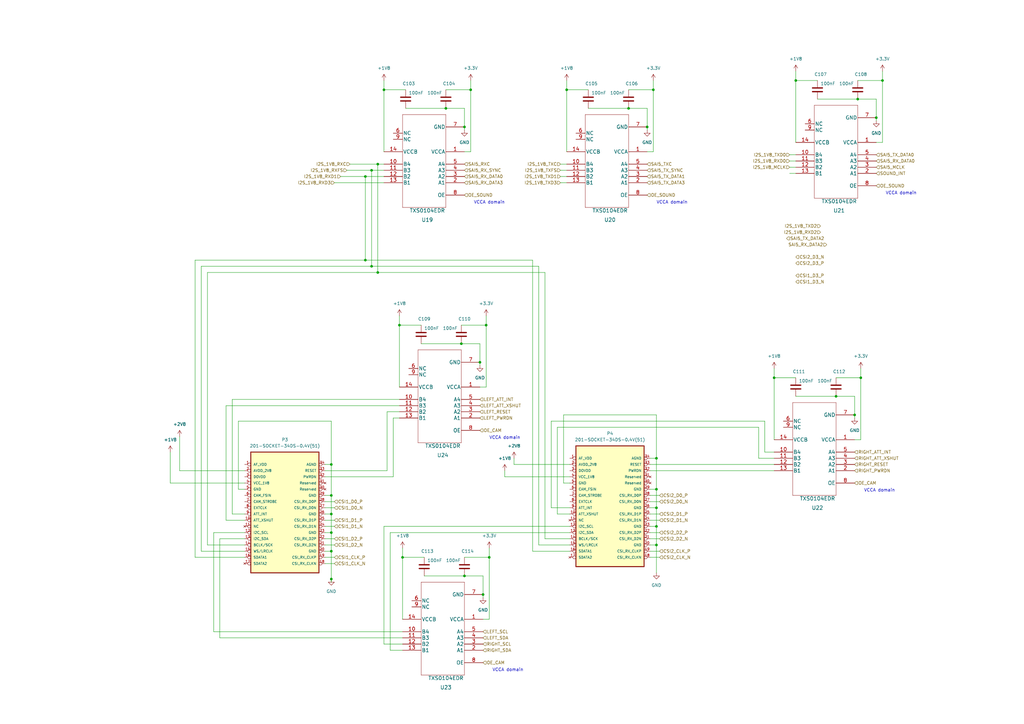
<source format=kicad_sch>
(kicad_sch (version 20211123) (generator eeschema)
  (paper "A3")
  (title_block (title "Media Domain") (comment 1 "Translation to 1V8") (comment 2 "Camera Connectors") (comment 3 "Sound Connectors"))
  (lib_symbols
    (symbol "Device:C" (pin_numbers hide) (pin_names (offset 0.254))
      (property "Reference" "C" (at 0.635 2.54 0))
      (property "Value" "C" (at 0.635 -2.54 0))
      (symbol "C_0_1"
        (polyline (pts (xy -2.032 -0.762) (xy 2.032 -0.762)) (stroke (width 0.508)))
        (polyline (pts (xy -2.032 0.762) (xy 2.032 0.762)) (stroke (width 0.508)))
      )
      (symbol "C_1_1"
        (pin passive line (at 0 3.81 270) (length 2.794) (name "~") (number "1"))
        (pin passive line (at 0 -3.81 90) (length 2.794) (name "~") (number "2"))
      )
    )
    (symbol "Ziloo:201-SOCKET-34DS-0.4V(51)" (pin_names (offset 1.016))
      (property "Reference" "P" (at -11.43 27.94 0))
      (property "Value" "201-SOCKET-34DS-0.4V(51)" (at -11.43 -26.67 0))
      (symbol "201-SOCKET-34DS-0.4V(51)_0_0"
        (rectangle (start -13.97 26.67) (end 13.97 -22.86) (stroke (width 0.4064)) (fill (type background)))
        (pin power_in inverted (at -16.51 21.59 0) (length 2.54) (name "AF_VDD") (number "1"))
        (pin input inverted (at -16.51 -1.27 0) (length 2.54) (name "ATT_XSHUT") (number "10"))
        (pin no_connect inverted (at -16.51 -3.81 0) (length 2.54) (name "NC") (number "11"))
        (pin passive inverted (at -16.51 -6.35 0) (length 2.54) (name "I2C_SCL") (number "12"))
        (pin passive inverted (at -16.51 -8.89 0) (length 2.54) (name "I2C_SDA") (number "13"))
        (pin input inverted (at -16.51 -11.43 0) (length 2.54) (name "BCLK/SCK") (number "14"))
        (pin input inverted (at -16.51 -13.97 0) (length 2.54) (name "WS/LRCLK") (number "15"))
        (pin input inverted (at -16.51 -16.51 0) (length 2.54) (name "SDATA1") (number "16"))
        (pin no_connect inverted (at -16.51 -19.05 0) (length 2.54) (name "SDATA2") (number "17"))
        (pin input inverted (at 16.51 -19.05 180) (length 2.54) (name "CSI_RX_CLKN") (number "18"))
        (pin input inverted (at 16.51 -16.51 180) (length 2.54) (name "CSI_RX_CLKP") (number "19"))
        (pin power_in inverted (at -16.51 19.05 0) (length 2.54) (name "AVDD_2V8") (number "2"))
        (pin passive inverted (at 16.51 -13.97 180) (length 2.54) (name "GND") (number "20"))
        (pin input inverted (at 16.51 -11.43 180) (length 2.54) (name "CSI_RX_D2N") (number "21"))
        (pin input inverted (at 16.51 -8.89 180) (length 2.54) (name "CSI_RX_D2P") (number "22"))
        (pin passive inverted (at 16.51 -6.35 180) (length 2.54) (name "GND") (number "23"))
        (pin input inverted (at 16.51 -3.81 180) (length 2.54) (name "CSI_RX_D1N") (number "24"))
        (pin input inverted (at 16.51 -1.27 180) (length 2.54) (name "CSI_RX_D1P") (number "25"))
        (pin passive inverted (at 16.51 1.27 180) (length 2.54) (name "GND") (number "26"))
        (pin input inverted (at 16.51 3.81 180) (length 2.54) (name "CSI_RX_D0N") (number "27"))
        (pin input inverted (at 16.51 6.35 180) (length 2.54) (name "CSI_RX_D0P") (number "28"))
        (pin passive inverted (at 16.51 8.89 180) (length 2.54) (name "GND") (number "29"))
        (pin power_in inverted (at -16.51 16.51 0) (length 2.54) (name "DOVDD") (number "3"))
        (pin no_connect inverted (at 16.51 11.43 180) (length 2.54) (name "Reserved") (number "30"))
        (pin no_connect inverted (at 16.51 13.97 180) (length 2.54) (name "Reserved") (number "31"))
        (pin input inverted (at 16.51 16.51 180) (length 2.54) (name "PWRDN") (number "32"))
        (pin input inverted (at 16.51 19.05 180) (length 2.54) (name "RESET") (number "33"))
        (pin passive inverted (at 16.51 21.59 180) (length 2.54) (name "AGND") (number "34"))
        (pin power_in inverted (at -16.51 13.97 0) (length 2.54) (name "VCC_1V8") (number "4"))
        (pin passive inverted (at -16.51 11.43 0) (length 2.54) (name "GND") (number "5"))
        (pin passive inverted (at -16.51 8.89 0) (length 2.54) (name "CAM_FSIN") (number "6"))
        (pin passive inverted (at -16.51 6.35 0) (length 2.54) (name "CAM_STROBE") (number "7"))
        (pin input inverted (at -16.51 3.81 0) (length 2.54) (name "EXTCLK") (number "8"))
        (pin input inverted (at -16.51 1.27 0) (length 2.54) (name "ATT_INT") (number "9"))
      )
    )
    (symbol "Ziloo:TXS0104EDR" (pin_names (offset 0.254))
      (property "Reference" "U" (at 0 24.13 0))
      (property "Value" "TXS0104EDR" (at 0 21.59 0))
      (symbol "TXS0104EDR_1_1"
        (polyline (pts (xy -8.89 -19.05) (xy 8.89 -19.05)) (stroke (width 0.127)))
        (polyline (pts (xy -8.89 19.05) (xy -8.89 -19.05)) (stroke (width 0.127)))
        (polyline (pts (xy 8.89 -19.05) (xy 8.89 19.05)) (stroke (width 0.127)))
        (polyline (pts (xy 8.89 19.05) (xy -8.89 19.05)) (stroke (width 0.127)))
        (pin power_in line (at -16.51 -3.81 0) (length 7.62) (name "VCCA") (number "1"))
        (pin bidirectional line (at 16.51 1.27 180) (length 7.62) (name "B4") (number "10"))
        (pin bidirectional line (at 16.51 3.81 180) (length 7.62) (name "B3") (number "11"))
        (pin bidirectional line (at 16.51 6.35 180) (length 7.62) (name "B2") (number "12"))
        (pin bidirectional line (at 16.51 8.89 180) (length 7.62) (name "B1") (number "13"))
        (pin power_in line (at 16.51 -3.81 180) (length 7.62) (name "VCCB") (number "14"))
        (pin bidirectional line (at -16.51 8.89 0) (length 7.62) (name "A1") (number "2"))
        (pin bidirectional line (at -16.51 6.35 0) (length 7.62) (name "A2") (number "3"))
        (pin bidirectional line (at -16.51 3.81 0) (length 7.62) (name "A3") (number "4"))
        (pin bidirectional line (at -16.51 1.27 0) (length 7.62) (name "A4") (number "5"))
        (pin unspecified line (at 12.7 -11.43 180) (length 3.81) (name "NC") (number "6"))
        (pin power_in line (at -16.51 -13.97 0) (length 7.62) (name "GND") (number "7"))
        (pin output line (at -16.51 13.97 0) (length 7.62) (name "OE") (number "8"))
        (pin unspecified line (at 12.7 -8.89 180) (length 3.81) (name "NC") (number "9"))
      )
    )
    (symbol "power:+1V8" (power) (pin_names (offset 0))
      (property "Value" "+1V8" (at 0 3.556 0))
      (symbol "+1V8_0_1"
        (polyline (pts (xy -0.762 1.27) (xy 0 2.54)))
        (polyline (pts (xy 0 0) (xy 0 2.54)))
        (polyline (pts (xy 0 2.54) (xy 0.762 1.27)))
      )
      (symbol "+1V8_1_1"
        (pin power_in line (at 0 0 90) (length 0) hide (name "+1V8") (number "1"))
      )
    )
    (symbol "power:+2V8" (power) (pin_names (offset 0))
      (property "Value" "+2V8" (at 0 3.556 0))
      (symbol "+2V8_0_1"
        (polyline (pts (xy -0.762 1.27) (xy 0 2.54)))
        (polyline (pts (xy 0 0) (xy 0 2.54)))
        (polyline (pts (xy 0 2.54) (xy 0.762 1.27)))
      )
      (symbol "+2V8_1_1"
        (pin power_in line (at 0 0 90) (length 0) hide (name "+2V8") (number "1"))
      )
    )
    (symbol "power:+3.3V" (power) (pin_names (offset 0))
      (property "Value" "+3.3V" (at 0 3.556 0))
      (symbol "+3.3V_0_1"
        (polyline (pts (xy -0.762 1.27) (xy 0 2.54)))
        (polyline (pts (xy 0 0) (xy 0 2.54)))
        (polyline (pts (xy 0 2.54) (xy 0.762 1.27)))
      )
      (symbol "+3.3V_1_1"
        (pin power_in line (at 0 0 90) (length 0) hide (name "+3.3V") (number "1"))
      )
    )
    (symbol "power:GND" (power) (pin_names (offset 0))
      (property "Value" "GND" (at 0 -3.81 0))
      (symbol "GND_0_1"
        (polyline (pts (xy 0 0) (xy 0 -1.27) (xy 1.27 -1.27) (xy 0 -2.54) (xy -1.27 -1.27) (xy 0 -1.27)))
      )
      (symbol "GND_1_1"
        (pin power_in line (at 0 0 270) (length 0) hide (name "GND") (number "1"))
      )
    )
  )
  (junction (at 163.83 133.35))
  (junction (at 196.85 148.59))
  (junction (at 199.39 133.35))
  (junction (at 193.04 36.83))
  (junction (at 165.1 228.6))
  (junction (at 157.48 36.83))
  (junction (at 135.89 190.5))
  (junction (at 326.39 33.02))
  (junction (at 257.81 44.45))
  (junction (at 265.43 52.07))
  (junction (at 182.88 44.45))
  (junction (at 342.9 162.56))
  (junction (at 269.24 223.52))
  (junction (at 135.89 237.49))
  (junction (at 351.79 40.64))
  (junction (at 269.24 187.96))
  (junction (at 149.86 106.68))
  (junction (at 359.41 48.26))
  (junction (at 361.95 33.02))
  (junction (at 154.94 67.31))
  (junction (at 353.06 154.94))
  (junction (at 190.5 236.22))
  (junction (at 149.86 72.39))
  (junction (at 152.4 109.22))
  (junction (at 190.5 52.07))
  (junction (at 135.89 218.44))
  (junction (at 269.24 215.9))
  (junction (at 135.89 203.2))
  (junction (at 198.12 243.84))
  (junction (at 267.97 36.83))
  (junction (at 152.4 69.85))
  (junction (at 200.66 228.6))
  (junction (at 232.41 36.83))
  (junction (at 269.24 200.66))
  (junction (at 317.5 154.94))
  (junction (at 189.23 140.97))
  (junction (at 154.94 111.76))
  (junction (at 269.24 208.28))
  (junction (at 135.89 210.82))
  (junction (at 350.52 170.18))
  (junction (at 135.89 226.06))
  (wire (pts (xy 233.68 198.12) (xy 231.14 198.12)))
  (wire (pts (xy 228.6 210.82) (xy 233.68 210.82)))
  (wire (pts (xy 82.55 109.22) (xy 152.4 109.22)))
  (wire (pts (xy 326.39 29.21) (xy 326.39 33.02)))
  (wire (pts (xy 269.24 208.28) (xy 269.24 215.9)))
  (wire (pts (xy 269.24 223.52) (xy 269.24 234.95)))
  (wire (pts (xy 90.17 261.62) (xy 90.17 220.98)))
  (wire (pts (xy 233.68 226.06) (xy 218.44 226.06)))
  (wire (pts (xy 92.71 166.37) (xy 163.83 166.37)))
  (wire (pts (xy 157.48 215.9) (xy 233.68 215.9)))
  (wire (pts (xy 266.7 228.6) (xy 270.51 228.6)))
  (wire (pts (xy 190.5 44.45) (xy 190.5 52.07)))
  (wire (pts (xy 133.35 205.74) (xy 137.16 205.74)))
  (wire (pts (xy 265.43 62.23) (xy 267.97 62.23)))
  (wire (pts (xy 133.35 220.98) (xy 137.16 220.98)))
  (wire (pts (xy 241.3 44.45) (xy 257.81 44.45)))
  (wire (pts (xy 161.29 171.45) (xy 161.29 195.58)))
  (wire (pts (xy 160.02 266.7) (xy 165.1 266.7)))
  (wire (pts (xy 196.85 158.75) (xy 199.39 158.75)))
  (wire (pts (xy 323.85 66.04) (xy 326.39 66.04)))
  (wire (pts (xy 232.41 62.23) (xy 232.41 36.83)))
  (wire (pts (xy 266.7 226.06) (xy 270.51 226.06)))
  (wire (pts (xy 158.75 193.04) (xy 158.75 168.91)))
  (wire (pts (xy 133.35 210.82) (xy 135.89 210.82)))
  (wire (pts (xy 135.89 226.06) (xy 135.89 237.49)))
  (wire (pts (xy 198.12 243.84) (xy 198.12 245.11)))
  (wire (pts (xy 100.33 228.6) (xy 80.01 228.6)))
  (wire (pts (xy 359.41 48.26) (xy 359.41 49.53)))
  (wire (pts (xy 311.15 175.26) (xy 228.6 175.26)))
  (wire (pts (xy 135.89 203.2) (xy 135.89 210.82)))
  (wire (pts (xy 266.7 190.5) (xy 317.5 190.5)))
  (wire (pts (xy 223.52 111.76) (xy 154.94 111.76)))
  (wire (pts (xy 229.87 67.31) (xy 232.41 67.31)))
  (wire (pts (xy 80.01 228.6) (xy 80.01 106.68)))
  (wire (pts (xy 265.43 52.07) (xy 265.43 53.34)))
  (wire (pts (xy 223.52 220.98) (xy 223.52 111.76)))
  (wire (pts (xy 335.28 40.64) (xy 351.79 40.64)))
  (wire (pts (xy 232.41 36.83) (xy 241.3 36.83)))
  (wire (pts (xy 82.55 226.06) (xy 82.55 109.22)))
  (wire (pts (xy 199.39 133.35) (xy 189.23 133.35)))
  (wire (pts (xy 265.43 44.45) (xy 265.43 52.07)))
  (wire (pts (xy 165.1 254) (xy 165.1 228.6)))
  (wire (pts (xy 326.39 58.42) (xy 326.39 33.02)))
  (wire (pts (xy 193.04 62.23) (xy 193.04 36.83)))
  (wire (pts (xy 361.95 33.02) (xy 351.79 33.02)))
  (wire (pts (xy 266.7 205.74) (xy 270.51 205.74)))
  (wire (pts (xy 172.72 140.97) (xy 189.23 140.97)))
  (wire (pts (xy 200.66 254) (xy 200.66 228.6)))
  (wire (pts (xy 228.6 175.26) (xy 228.6 210.82)))
  (wire (pts (xy 173.99 236.22) (xy 190.5 236.22)))
  (wire (pts (xy 189.23 140.97) (xy 196.85 140.97)))
  (wire (pts (xy 133.35 223.52) (xy 137.16 223.52)))
  (wire (pts (xy 323.85 68.58) (xy 326.39 68.58)))
  (wire (pts (xy 100.33 193.04) (xy 73.66 193.04)))
  (wire (pts (xy 166.37 44.45) (xy 182.88 44.45)))
  (wire (pts (xy 157.48 62.23) (xy 157.48 36.83)))
  (wire (pts (xy 317.5 154.94) (xy 326.39 154.94)))
  (wire (pts (xy 198.12 236.22) (xy 198.12 243.84)))
  (wire (pts (xy 353.06 154.94) (xy 342.9 154.94)))
  (wire (pts (xy 133.35 208.28) (xy 137.16 208.28)))
  (wire (pts (xy 133.35 228.6) (xy 137.16 228.6)))
  (wire (pts (xy 269.24 200.66) (xy 269.24 208.28)))
  (wire (pts (xy 269.24 170.18) (xy 269.24 187.96)))
  (wire (pts (xy 220.98 109.22) (xy 152.4 109.22)))
  (wire (pts (xy 152.4 109.22) (xy 152.4 69.85)))
  (wire (pts (xy 190.5 236.22) (xy 198.12 236.22)))
  (wire (pts (xy 190.5 52.07) (xy 190.5 53.34)))
  (wire (pts (xy 207.01 195.58) (xy 207.01 193.04)))
  (wire (pts (xy 361.95 58.42) (xy 361.95 33.02)))
  (wire (pts (xy 165.1 228.6) (xy 173.99 228.6)))
  (wire (pts (xy 266.7 193.04) (xy 317.5 193.04)))
  (wire (pts (xy 135.89 218.44) (xy 135.89 226.06)))
  (wire (pts (xy 326.39 33.02) (xy 335.28 33.02)))
  (wire (pts (xy 85.09 223.52) (xy 85.09 111.76)))
  (wire (pts (xy 161.29 195.58) (xy 133.35 195.58)))
  (wire (pts (xy 142.24 69.85) (xy 152.4 69.85)))
  (wire (pts (xy 231.14 170.18) (xy 269.24 170.18)))
  (wire (pts (xy 266.7 210.82) (xy 270.51 210.82)))
  (wire (pts (xy 350.52 180.34) (xy 353.06 180.34)))
  (wire (pts (xy 163.83 171.45) (xy 161.29 171.45)))
  (wire (pts (xy 266.7 218.44) (xy 270.51 218.44)))
  (wire (pts (xy 267.97 33.02) (xy 267.97 36.83)))
  (wire (pts (xy 266.7 213.36) (xy 270.51 213.36)))
  (wire (pts (xy 257.81 44.45) (xy 265.43 44.45)))
  (wire (pts (xy 266.7 200.66) (xy 269.24 200.66)))
  (wire (pts (xy 133.35 231.14) (xy 137.16 231.14)))
  (wire (pts (xy 220.98 223.52) (xy 220.98 109.22)))
  (wire (pts (xy 182.88 44.45) (xy 190.5 44.45)))
  (wire (pts (xy 100.33 226.06) (xy 82.55 226.06)))
  (wire (pts (xy 233.68 223.52) (xy 220.98 223.52)))
  (wire (pts (xy 133.35 215.9) (xy 137.16 215.9)))
  (wire (pts (xy 160.02 218.44) (xy 233.68 218.44)))
  (wire (pts (xy 163.83 158.75) (xy 163.83 133.35)))
  (wire (pts (xy 350.52 162.56) (xy 350.52 170.18)))
  (wire (pts (xy 97.79 172.72) (xy 135.89 172.72)))
  (wire (pts (xy 233.68 190.5) (xy 210.82 190.5)))
  (wire (pts (xy 199.39 129.54) (xy 199.39 133.35)))
  (wire (pts (xy 80.01 106.68) (xy 149.86 106.68)))
  (wire (pts (xy 313.69 172.72) (xy 226.06 172.72)))
  (wire (pts (xy 199.39 158.75) (xy 199.39 133.35)))
  (wire (pts (xy 200.66 224.79) (xy 200.66 228.6)))
  (wire (pts (xy 317.5 151.13) (xy 317.5 154.94)))
  (wire (pts (xy 350.52 170.18) (xy 350.52 171.45)))
  (wire (pts (xy 95.25 210.82) (xy 100.33 210.82)))
  (wire (pts (xy 165.1 224.79) (xy 165.1 228.6)))
  (wire (pts (xy 87.63 259.08) (xy 87.63 218.44)))
  (wire (pts (xy 231.14 198.12) (xy 231.14 170.18)))
  (wire (pts (xy 100.33 198.12) (xy 69.85 198.12)))
  (wire (pts (xy 190.5 62.23) (xy 193.04 62.23)))
  (wire (pts (xy 267.97 62.23) (xy 267.97 36.83)))
  (wire (pts (xy 267.97 36.83) (xy 257.81 36.83)))
  (wire (pts (xy 135.89 172.72) (xy 135.89 190.5)))
  (wire (pts (xy 157.48 215.9) (xy 157.48 264.16)))
  (wire (pts (xy 135.89 237.49) (xy 135.89 238.76)))
  (wire (pts (xy 226.06 208.28) (xy 233.68 208.28)))
  (wire (pts (xy 359.41 40.64) (xy 359.41 48.26)))
  (wire (pts (xy 95.25 163.83) (xy 163.83 163.83)))
  (wire (pts (xy 313.69 185.42) (xy 313.69 172.72)))
  (wire (pts (xy 149.86 106.68) (xy 149.86 72.39)))
  (wire (pts (xy 266.7 223.52) (xy 269.24 223.52)))
  (wire (pts (xy 313.69 185.42) (xy 317.5 185.42)))
  (wire (pts (xy 157.48 264.16) (xy 165.1 264.16)))
  (wire (pts (xy 196.85 148.59) (xy 196.85 149.86)))
  (wire (pts (xy 311.15 187.96) (xy 311.15 175.26)))
  (wire (pts (xy 266.7 187.96) (xy 269.24 187.96)))
  (wire (pts (xy 157.48 33.02) (xy 157.48 36.83)))
  (wire (pts (xy 342.9 162.56) (xy 350.52 162.56)))
  (wire (pts (xy 232.41 33.02) (xy 232.41 36.83)))
  (wire (pts (xy 100.33 223.52) (xy 85.09 223.52)))
  (wire (pts (xy 133.35 213.36) (xy 137.16 213.36)))
  (wire (pts (xy 218.44 226.06) (xy 218.44 106.68)))
  (wire (pts (xy 95.25 163.83) (xy 95.25 210.82)))
  (wire (pts (xy 69.85 198.12) (xy 69.85 185.42)))
  (wire (pts (xy 154.94 67.31) (xy 157.48 67.31)))
  (wire (pts (xy 353.06 151.13) (xy 353.06 154.94)))
  (wire (pts (xy 87.63 259.08) (xy 165.1 259.08)))
  (wire (pts (xy 85.09 111.76) (xy 154.94 111.76)))
  (wire (pts (xy 229.87 72.39) (xy 232.41 72.39)))
  (wire (pts (xy 193.04 33.02) (xy 193.04 36.83)))
  (wire (pts (xy 311.15 187.96) (xy 317.5 187.96)))
  (wire (pts (xy 326.39 71.12) (xy 323.85 71.12)))
  (wire (pts (xy 266.7 220.98) (xy 270.51 220.98)))
  (wire (pts (xy 196.85 140.97) (xy 196.85 148.59)))
  (wire (pts (xy 100.33 200.66) (xy 97.79 200.66)))
  (wire (pts (xy 133.35 203.2) (xy 135.89 203.2)))
  (wire (pts (xy 92.71 213.36) (xy 100.33 213.36)))
  (wire (pts (xy 323.85 63.5) (xy 326.39 63.5)))
  (wire (pts (xy 269.24 215.9) (xy 269.24 223.52)))
  (wire (pts (xy 326.39 162.56) (xy 342.9 162.56)))
  (wire (pts (xy 163.83 133.35) (xy 172.72 133.35)))
  (wire (pts (xy 193.04 36.83) (xy 182.88 36.83)))
  (wire (pts (xy 133.35 218.44) (xy 135.89 218.44)))
  (wire (pts (xy 361.95 29.21) (xy 361.95 33.02)))
  (wire (pts (xy 210.82 190.5) (xy 210.82 187.96)))
  (wire (pts (xy 233.68 220.98) (xy 223.52 220.98)))
  (wire (pts (xy 135.89 210.82) (xy 135.89 218.44)))
  (wire (pts (xy 143.51 67.31) (xy 154.94 67.31)))
  (wire (pts (xy 200.66 228.6) (xy 190.5 228.6)))
  (wire (pts (xy 317.5 180.34) (xy 317.5 154.94)))
  (wire (pts (xy 232.41 74.93) (xy 229.87 74.93)))
  (wire (pts (xy 160.02 266.7) (xy 160.02 218.44)))
  (wire (pts (xy 133.35 226.06) (xy 135.89 226.06)))
  (wire (pts (xy 135.89 190.5) (xy 135.89 203.2)))
  (wire (pts (xy 154.94 111.76) (xy 154.94 67.31)))
  (wire (pts (xy 266.7 215.9) (xy 269.24 215.9)))
  (wire (pts (xy 157.48 36.83) (xy 166.37 36.83)))
  (wire (pts (xy 133.35 193.04) (xy 158.75 193.04)))
  (wire (pts (xy 266.7 203.2) (xy 270.51 203.2)))
  (wire (pts (xy 353.06 180.34) (xy 353.06 154.94)))
  (wire (pts (xy 226.06 172.72) (xy 226.06 208.28)))
  (wire (pts (xy 233.68 195.58) (xy 207.01 195.58)))
  (wire (pts (xy 139.7 72.39) (xy 149.86 72.39)))
  (wire (pts (xy 90.17 261.62) (xy 165.1 261.62)))
  (wire (pts (xy 149.86 72.39) (xy 157.48 72.39)))
  (wire (pts (xy 157.48 74.93) (xy 137.16 74.93)))
  (wire (pts (xy 218.44 106.68) (xy 149.86 106.68)))
  (wire (pts (xy 90.17 220.98) (xy 100.33 220.98)))
  (wire (pts (xy 269.24 187.96) (xy 269.24 200.66)))
  (wire (pts (xy 158.75 168.91) (xy 163.83 168.91)))
  (wire (pts (xy 229.87 69.85) (xy 232.41 69.85)))
  (wire (pts (xy 266.7 208.28) (xy 269.24 208.28)))
  (wire (pts (xy 351.79 40.64) (xy 359.41 40.64)))
  (wire (pts (xy 163.83 129.54) (xy 163.83 133.35)))
  (wire (pts (xy 87.63 218.44) (xy 100.33 218.44)))
  (wire (pts (xy 198.12 254) (xy 200.66 254)))
  (wire (pts (xy 133.35 190.5) (xy 135.89 190.5)))
  (wire (pts (xy 359.41 58.42) (xy 361.95 58.42)))
  (wire (pts (xy 152.4 69.85) (xy 157.48 69.85)))
  (wire (pts (xy 97.79 200.66) (xy 97.79 172.72)))
  (wire (pts (xy 73.66 193.04) (xy 73.66 179.07)))
  (wire (pts (xy 92.71 166.37) (xy 92.71 213.36)))
  (text "VCCA domain\n" (at 354.33 201.93 0) (effects (font (size 1.27 1.27)) (justify left bottom)))
  (text "VCCA domain\n" (at 363.22 80.01 0) (effects (font (size 1.27 1.27)) (justify left bottom)))
  (text "VCCA domain\n" (at 201.93 275.59 0) (effects (font (size 1.27 1.27)) (justify left bottom)))
  (text "VCCA domain\n" (at 269.24 83.82 0) (effects (font (size 1.27 1.27)) (justify left bottom)))
  (text "VCCA domain\n" (at 194.31 83.82 0) (effects (font (size 1.27 1.27)) (justify left bottom)))
  (text "VCCA domain\n" (at 200.66 180.34 0) (effects (font (size 1.27 1.27)) (justify left bottom)))
  (hierarchical_label "SAI5_TXC" (shape input) (at 265.43 67.31 0))
  (hierarchical_label "SAI5_RX_SYNC" (shape input) (at 190.5 69.85 0))
  (hierarchical_label "RIGHT_ATT_INT" (shape input) (at 350.52 185.42 0))
  (hierarchical_label "I2S_1V8_RXD0" (shape input) (at 323.85 66.04 180))
  (hierarchical_label "SAI5_RX_DATA2" (shape input) (at 339.09 100.33 180))
  (hierarchical_label "SAI5_RX_DATA0" (shape input) (at 190.5 72.39 0))
  (hierarchical_label "OE_CAM" (shape input) (at 350.52 198.12 0))
  (hierarchical_label "OE_SOUND" (shape input) (at 190.5 80.01 0))
  (hierarchical_label "LEFT_RESET" (shape input) (at 196.85 168.91 0))
  (hierarchical_label "CSI1_D2_P" (shape input) (at 137.16 220.98 0))
  (hierarchical_label "OE_SOUND" (shape input) (at 265.43 80.01 0))
  (hierarchical_label "SAI5_RX_DATA0" (shape input) (at 359.41 66.04 0))
  (hierarchical_label "CSI2_CLK_P" (shape input) (at 270.51 226.06 0))
  (hierarchical_label "CSI2_D2_P" (shape input) (at 270.51 218.44 0))
  (hierarchical_label "SAI5_RXC" (shape input) (at 190.5 67.31 0))
  (hierarchical_label "CSI2_D0_N" (shape input) (at 270.51 205.74 0))
  (hierarchical_label "I2S_1V8_RXC" (shape input) (at 143.51 67.31 180))
  (hierarchical_label "CSI1_D0_N" (shape input) (at 137.16 208.28 0))
  (hierarchical_label "SAI5_TX_DATA1" (shape input) (at 265.43 72.39 0))
  (hierarchical_label "CSI1_D0_P" (shape input) (at 137.16 205.74 0))
  (hierarchical_label "CSI1_D1_P" (shape input) (at 137.16 213.36 0))
  (hierarchical_label "RIGHT_PWRDN" (shape input) (at 350.52 193.04 0))
  (hierarchical_label "LEFT_ATT_XSHUT" (shape input) (at 196.85 166.37 0))
  (hierarchical_label "CSI2_D1_P" (shape input) (at 270.51 210.82 0))
  (hierarchical_label "RIGHT_SDA" (shape input) (at 198.12 266.7 0))
  (hierarchical_label "I2S_1V8_MCLK" (shape input) (at 323.85 68.58 180))
  (hierarchical_label "SAI5_TX_DATA2" (shape input) (at 322.58 97.79 0))
  (hierarchical_label "RIGHT_ATT_XSHUT" (shape input) (at 350.52 187.96 0))
  (hierarchical_label "I2S_1V8_TXFS" (shape input) (at 229.87 69.85 180))
  (hierarchical_label "SAI5_RX_DATA3" (shape input) (at 190.5 74.93 0))
  (hierarchical_label "I2S_1V8_TXD3" (shape input) (at 229.87 74.93 180))
  (hierarchical_label "LEFT_ATT_INT" (shape input) (at 196.85 163.83 0))
  (hierarchical_label "CSI2_D1_N" (shape input) (at 270.51 213.36 0))
  (hierarchical_label "SOUND_INT" (shape input) (at 359.41 71.12 0))
  (hierarchical_label "I2S_1V8_TXD0" (shape input) (at 323.85 63.5 180))
  (hierarchical_label "LEFT_SDA" (shape input) (at 198.12 261.62 0))
  (hierarchical_label "CSI1_D2_N" (shape input) (at 137.16 223.52 0))
  (hierarchical_label "SAI5_TX_DATA3" (shape input) (at 265.43 74.93 0))
  (hierarchical_label "RIGHT_RESET" (shape input) (at 350.52 190.5 0))
  (hierarchical_label "CSI2_D2_N" (shape input) (at 270.51 220.98 0))
  (hierarchical_label "I2S_1V8_TXD1" (shape input) (at 229.87 72.39 180))
  (hierarchical_label "CSI2_CLK_N" (shape input) (at 270.51 228.6 0))
  (hierarchical_label "I2S_1V8_TXC" (shape input) (at 229.87 67.31 180))
  (hierarchical_label "CSI1_CLK_P" (shape input) (at 137.16 228.6 0))
  (hierarchical_label "OE_CAM" (shape input) (at 196.85 176.53 0))
  (hierarchical_label "CSI1_D1_N" (shape input) (at 137.16 215.9 0))
  (hierarchical_label "CSI1_D3_P" (shape input) (at 326.39 113.03 0))
  (hierarchical_label "SAI5_TX_SYNC" (shape input) (at 265.43 69.85 0))
  (hierarchical_label "I2S_1V8_RXD2" (shape input) (at 336.55 95.25 180))
  (hierarchical_label "CSI2_D3_P" (shape input) (at 326.39 107.95 0))
  (hierarchical_label "SAI5_TX_DATA0" (shape input) (at 359.41 63.5 0))
  (hierarchical_label "CSI2_D3_N" (shape input) (at 326.39 105.41 0))
  (hierarchical_label "OE_SOUND" (shape input) (at 359.41 76.2 0))
  (hierarchical_label "I2S_1V8_RXD1" (shape input) (at 139.7 72.39 180))
  (hierarchical_label "I2S_1V8_TXD2" (shape input) (at 336.55 92.71 180))
  (hierarchical_label "I2S_1V8_RXD3" (shape input) (at 137.16 74.93 180))
  (hierarchical_label "LEFT_SCL" (shape input) (at 198.12 259.08 0))
  (hierarchical_label "CSI2_D0_P" (shape input) (at 270.51 203.2 0))
  (hierarchical_label "CSI1_D3_N" (shape input) (at 326.39 115.57 0))
  (hierarchical_label "I2S_1V8_RXFS" (shape input) (at 142.24 69.85 180))
  (hierarchical_label "RIGHT_SCL" (shape input) (at 198.12 264.16 0))
  (hierarchical_label "OE_CAM" (shape input) (at 198.12 271.78 0))
  (hierarchical_label "CSI1_CLK_N" (shape input) (at 137.16 231.14 0))
  (hierarchical_label "SAI5_MCLK" (shape input) (at 359.41 68.58 0))
  (hierarchical_label "LEFT_PWRDN" (shape input) (at 196.85 171.45 0))
  (symbol (lib_id "power:+1V8") (at 157.48 33.02 0) (unit 1)
    (property "Reference" "#PWR0140" (effects hide))
    (property "Value" "+1V8" (at 157.48 27.94 0))
  )
  (symbol (lib_id "Device:C") (at 173.99 232.41 0) (unit 1)
    (property "Reference" "C113" (at 172.72 226.06 0) (effects (justify left)))
    (property "Value" "100nF" (at 175.26 229.87 0) (effects (justify left)))
    (property "Footprint" "Capacitor_SMD:C_1210_3225Metric" (effects hide))
  )
  (symbol (lib_id "power:+3.3V") (at 193.04 33.02 0) (unit 1)
    (property "Reference" "#PWR0130" (effects hide))
    (property "Value" "+3.3V" (at 193.04 27.94 0))
  )
  (symbol (lib_id "Device:C") (at 189.23 137.16 0) (unit 1)
    (property "Reference" "C110" (at 187.96 130.81 0) (effects (justify left)))
    (property "Value" "100nF" (at 181.61 134.62 0) (effects (justify left)))
    (property "Footprint" "Capacitor_SMD:C_1210_3225Metric" (effects hide))
  )
  (symbol (lib_id "power:GND") (at 350.52 171.45 0) (unit 1)
    (property "Reference" "#PWR0121" (effects hide))
    (property "Value" "GND" (at 350.52 176.53 0))
  )
  (symbol (lib_id "Device:C") (at 190.5 232.41 0) (unit 1)
    (property "Reference" "C114" (at 189.23 226.06 0) (effects (justify left)))
    (property "Value" "100nF" (at 182.88 229.87 0) (effects (justify left)))
    (property "Footprint" "Capacitor_SMD:C_1210_3225Metric" (effects hide))
  )
  (symbol (lib_id "Ziloo:TXS0104EDR") (at 342.9 62.23 180) (unit 1)
    (property "Reference" "U21" (at 344.17 86.36 0) (effects (font (size 1.524 1.524))))
    (property "Value" "TXS0104EDR" (at 344.17 82.55 0) (effects (font (size 1.524 1.524))))
    (property "Footprint" "Ziloo:TXS0104EDR" (effects hide))
  )
  (symbol (lib_id "power:+3.3V") (at 267.97 33.02 0) (unit 1)
    (property "Reference" "#PWR0117" (effects hide))
    (property "Value" "+3.3V" (at 267.97 27.94 0))
  )
  (symbol (lib_id "Ziloo:201-SOCKET-34DS-0.4V(51)") (at 250.19 209.55 0) (unit 1)
    (property "Reference" "P4" (at 250.19 177.8 0))
    (property "Value" "201-SOCKET-34DS-0.4V(51)" (at 250.19 180.34 0))
    (property "Footprint" "Ziloo:HIROSE_DF40C-34DS-0.4V(51)" (effects hide))
    (property "MANUFACTURER" "Hirose Electric Co Ltd" (effects hide))
  )
  (symbol (lib_id "Device:C") (at 326.39 158.75 0) (unit 1)
    (property "Reference" "C111" (at 325.12 152.4 0) (effects (justify left)))
    (property "Value" "100nF" (at 327.66 156.21 0) (effects (justify left)))
    (property "Footprint" "Capacitor_SMD:C_1210_3225Metric" (effects hide))
  )
  (symbol (lib_id "power:GND") (at 190.5 53.34 0) (unit 1)
    (property "Reference" "#PWR0129" (effects hide))
    (property "Value" "GND" (at 190.5 58.42 0))
  )
  (symbol (lib_id "power:+3.3V") (at 200.66 224.79 0) (unit 1)
    (property "Reference" "#PWR0133" (effects hide))
    (property "Value" "+3.3V" (at 200.66 219.71 0))
  )
  (symbol (lib_id "Ziloo:201-SOCKET-34DS-0.4V(51)") (at 116.84 212.09 0) (unit 1)
    (property "Reference" "P3" (at 116.84 180.34 0))
    (property "Value" "201-SOCKET-34DS-0.4V(51)" (at 116.84 182.88 0))
    (property "Footprint" "Ziloo:HIROSE_DF40C-34DS-0.4V(51)" (effects hide))
    (property "MANUFACTURER" "Hirose Electric Co Ltd" (effects hide))
  )
  (symbol (lib_id "Ziloo:TXS0104EDR") (at 248.92 66.04 180) (unit 1)
    (property "Reference" "U20" (at 250.19 90.17 0) (effects (font (size 1.524 1.524))))
    (property "Value" "TXS0104EDR" (at 250.19 86.36 0) (effects (font (size 1.524 1.524))))
    (property "Footprint" "Ziloo:TXS0104EDR" (effects hide))
  )
  (symbol (lib_id "power:GND") (at 269.24 234.95 0) (unit 1)
    (property "Reference" "#PWR0123" (effects hide))
    (property "Value" "GND" (at 269.24 240.03 0))
  )
  (symbol (lib_id "Device:C") (at 335.28 36.83 0) (unit 1)
    (property "Reference" "C107" (at 334.01 30.48 0) (effects (justify left)))
    (property "Value" "100nF" (at 336.55 34.29 0) (effects (justify left)))
    (property "Footprint" "Capacitor_SMD:C_1210_3225Metric" (effects hide))
  )
  (symbol (lib_id "power:+2V8") (at 210.82 187.96 0) (unit 1)
    (property "Reference" "#PWR0138" (effects hide))
    (property "Value" "+2V8" (at 210.82 182.88 0))
  )
  (symbol (lib_id "Ziloo:TXS0104EDR") (at 334.01 184.15 180) (unit 1)
    (property "Reference" "U22" (at 335.28 208.28 0) (effects (font (size 1.524 1.524))))
    (property "Value" "TXS0104EDR" (at 335.28 204.47 0) (effects (font (size 1.524 1.524))))
    (property "Footprint" "Ziloo:TXS0104EDR" (effects hide))
  )
  (symbol (lib_id "Device:C") (at 257.81 40.64 0) (unit 1)
    (property "Reference" "C106" (at 256.54 34.29 0) (effects (justify left)))
    (property "Value" "100nF" (at 250.19 38.1 0) (effects (justify left)))
    (property "Footprint" "Capacitor_SMD:C_1210_3225Metric" (effects hide))
  )
  (symbol (lib_id "Ziloo:TXS0104EDR") (at 180.34 162.56 180) (unit 1)
    (property "Reference" "U24" (at 181.61 186.69 0) (effects (font (size 1.524 1.524))))
    (property "Value" "TXS0104EDR" (at 181.61 182.88 0) (effects (font (size 1.524 1.524))))
    (property "Footprint" "Ziloo:TXS0104EDR" (effects hide))
  )
  (symbol (lib_id "power:+1V8") (at 165.1 224.79 0) (unit 1)
    (property "Reference" "#PWR0132" (effects hide))
    (property "Value" "+1V8" (at 165.1 219.71 0))
  )
  (symbol (lib_id "power:+1V8") (at 69.85 185.42 0) (unit 1)
    (property "Reference" "#PWR0127" (effects hide))
    (property "Value" "+1V8" (at 69.85 180.34 0))
  )
  (symbol (lib_id "Device:C") (at 166.37 40.64 0) (unit 1)
    (property "Reference" "C103" (at 165.1 34.29 0) (effects (justify left)))
    (property "Value" "100nF" (at 167.64 38.1 0) (effects (justify left)))
    (property "Footprint" "Capacitor_SMD:C_1210_3225Metric" (effects hide))
  )
  (symbol (lib_id "power:+1V8") (at 163.83 129.54 0) (unit 1)
    (property "Reference" "#PWR0135" (effects hide))
    (property "Value" "+1V8" (at 163.83 124.46 0))
  )
  (symbol (lib_id "Ziloo:TXS0104EDR") (at 173.99 66.04 180) (unit 1)
    (property "Reference" "U19" (at 175.26 90.17 0) (effects (font (size 1.524 1.524))))
    (property "Value" "TXS0104EDR" (at 175.26 86.36 0) (effects (font (size 1.524 1.524))))
    (property "Footprint" "Ziloo:TXS0104EDR" (effects hide))
  )
  (symbol (lib_id "power:+2V8") (at 73.66 179.07 0) (unit 1)
    (property "Reference" "#PWR0128" (effects hide))
    (property "Value" "+2V8" (at 73.66 173.99 0))
  )
  (symbol (lib_id "power:+3.3V") (at 361.95 29.21 0) (unit 1)
    (property "Reference" "#PWR0124" (effects hide))
    (property "Value" "+3.3V" (at 361.95 24.13 0))
  )
  (symbol (lib_id "power:+1V8") (at 207.01 193.04 0) (unit 1)
    (property "Reference" "#PWR0139" (effects hide))
    (property "Value" "+1V8" (at 207.01 187.96 0))
  )
  (symbol (lib_id "power:GND") (at 135.89 237.49 0) (unit 1)
    (property "Reference" "#PWR0134" (effects hide))
    (property "Value" "GND" (at 135.89 242.57 0))
  )
  (symbol (lib_id "power:GND") (at 196.85 149.86 0) (unit 1)
    (property "Reference" "#PWR0137" (effects hide))
    (property "Value" "GND" (at 196.85 154.94 0))
  )
  (symbol (lib_id "power:+3.3V") (at 353.06 151.13 0) (unit 1)
    (property "Reference" "#PWR0122" (effects hide))
    (property "Value" "+3.3V" (at 353.06 146.05 0))
  )
  (symbol (lib_id "power:GND") (at 359.41 49.53 0) (unit 1)
    (property "Reference" "#PWR0126" (effects hide))
    (property "Value" "GND" (at 359.41 54.61 0))
  )
  (symbol (lib_id "power:GND") (at 198.12 245.11 0) (unit 1)
    (property "Reference" "#PWR0131" (effects hide))
    (property "Value" "GND" (at 198.12 250.19 0))
  )
  (symbol (lib_id "Device:C") (at 351.79 36.83 0) (unit 1)
    (property "Reference" "C108" (at 350.52 30.48 0) (effects (justify left)))
    (property "Value" "100nF" (at 344.17 34.29 0) (effects (justify left)))
    (property "Footprint" "Capacitor_SMD:C_1210_3225Metric" (effects hide))
  )
  (symbol (lib_id "Device:C") (at 182.88 40.64 0) (unit 1)
    (property "Reference" "C104" (at 181.61 34.29 0) (effects (justify left)))
    (property "Value" "100nF" (at 175.26 38.1 0) (effects (justify left)))
    (property "Footprint" "Capacitor_SMD:C_1210_3225Metric" (effects hide))
  )
  (symbol (lib_id "power:+1V8") (at 326.39 29.21 0) (unit 1)
    (property "Reference" "#PWR0125" (effects hide))
    (property "Value" "+1V8" (at 326.39 24.13 0))
  )
  (symbol (lib_id "Device:C") (at 172.72 137.16 0) (unit 1)
    (property "Reference" "C109" (at 171.45 130.81 0) (effects (justify left)))
    (property "Value" "100nF" (at 173.99 134.62 0) (effects (justify left)))
    (property "Footprint" "Capacitor_SMD:C_1210_3225Metric" (effects hide))
  )
  (symbol (lib_id "power:+1V8") (at 232.41 33.02 0) (unit 1)
    (property "Reference" "#PWR0119" (effects hide))
    (property "Value" "+1V8" (at 232.41 27.94 0))
  )
  (symbol (lib_id "power:+3.3V") (at 199.39 129.54 0) (unit 1)
    (property "Reference" "#PWR0136" (effects hide))
    (property "Value" "+3.3V" (at 199.39 124.46 0))
  )
  (symbol (lib_id "power:GND") (at 265.43 53.34 0) (unit 1)
    (property "Reference" "#PWR0118" (effects hide))
    (property "Value" "GND" (at 265.43 58.42 0))
  )
  (symbol (lib_id "Ziloo:TXS0104EDR") (at 181.61 257.81 180) (unit 1)
    (property "Reference" "U23" (at 182.88 281.94 0) (effects (font (size 1.524 1.524))))
    (property "Value" "TXS0104EDR" (at 182.88 278.13 0) (effects (font (size 1.524 1.524))))
    (property "Footprint" "Ziloo:TXS0104EDR" (effects hide))
  )
  (symbol (lib_id "power:+1V8") (at 317.5 151.13 0) (unit 1)
    (property "Reference" "#PWR0120" (effects hide))
    (property "Value" "+1V8" (at 317.5 146.05 0))
  )
  (symbol (lib_id "Device:C") (at 241.3 40.64 0) (unit 1)
    (property "Reference" "C105" (at 240.03 34.29 0) (effects (justify left)))
    (property "Value" "100nF" (at 242.57 38.1 0) (effects (justify left)))
    (property "Footprint" "Capacitor_SMD:C_1210_3225Metric" (effects hide))
  )
  (symbol (lib_id "Device:C") (at 342.9 158.75 0) (unit 1)
    (property "Reference" "C112" (at 341.63 152.4 0) (effects (justify left)))
    (property "Value" "100nF" (at 335.28 156.21 0) (effects (justify left)))
    (property "Footprint" "Capacitor_SMD:C_1210_3225Metric" (effects hide))
  )
)
</source>
